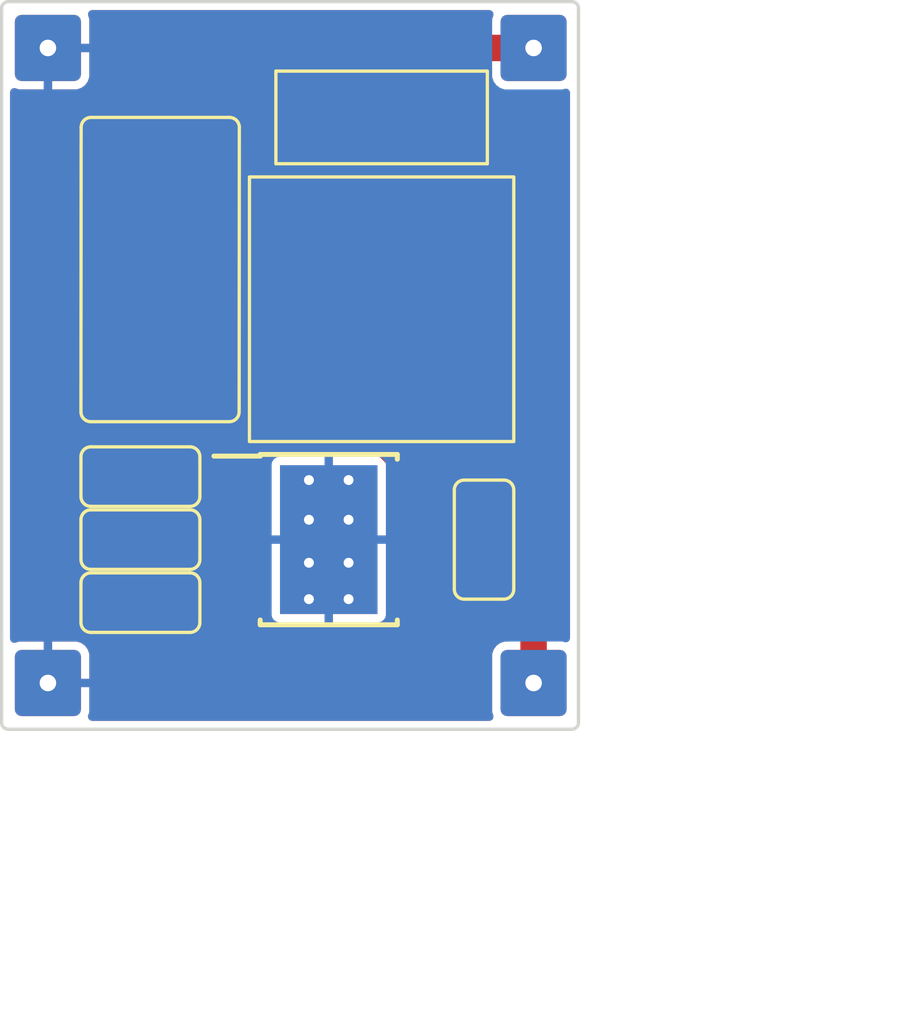
<source format=kicad_pcb>
(kicad_pcb (version 20221018) (generator pcbnew)
  (layers (0 "F.Cu" signal) (31 "B.Cu" signal) (34 "B.Paste" user) (35 "F.Paste" user) (36 "B.SilkS" user "B.Silkscreen") (37 "F.SilkS" user "F.Silkscreen") (38 "B.Mask" user) (39 "F.Mask" user) (44 "Edge.Cuts" user))
  (net 0 "")
  (net 1 "Net-(U1-BOOT)")
  (net 2 "Net-(D1-K)")
  (net 3 "+5V")
  (net 4 "GND")
  (net 5 "+12V")
  (net 6 "Net-(U1-VSENSE)")
  (footprint "footprints:2x2mm Pad" (layer "F.Cu") (at 103.7 31.5 -90)
    (fp_text reference "J2" hide)
    (fp_text value "Conn_01x01_Pin" hide)
    (pad "1" thru_hole circle (at 0 0 270) (size 1 1) (drill 0.5) (layers "*.Cu" "*.Mask") (net 3 "+5V"))
    (pad "1" smd roundrect (at 0 0 270) (size 2 2) (layers "F.Cu" "F.Mask") (roundrect_rratio 0.1) (net 3 "+5V"))
    (pad "1" smd roundrect (at 0 0 270) (size 2 2) (layers "B.Cu" "B.Mask") (roundrect_rratio 0.1) (net 3 "+5V"))
  )
  (footprint "footprints:res0603" (layer "F.Cu") (at 91.8 48.27 180)
    (fp_text reference "R2" hide)
    (fp_text value "3K24")
    (fp_line (start -1.8 0.6) (end -1.8 -0.6) (stroke (width 0.1)) (layer "F.SilkS"))
    (fp_line (start -1.5 -0.9) (end 1.5 -0.9) (stroke (width 0.1)) (layer "F.SilkS"))
    (fp_line (start -1.5 0.9) (end 1.5 0.9) (stroke (width 0.1)) (layer "F.SilkS"))
    (fp_line (start 1.8 -0.6) (end 1.8 0.6) (stroke (width 0.1)) (layer "F.SilkS"))
    (fp_arc (start -1.8 -0.6) (mid -1.712132 -0.812132) (end -1.5 -0.9) (stroke (width 0.1)) (layer "F.SilkS"))
    (fp_arc (start -1.5 0.9) (mid -1.712132 0.812132) (end -1.8 0.6) (stroke (width 0.1)) (layer "F.SilkS"))
    (fp_arc (start 1.5 -0.9) (mid 1.712132 -0.812132) (end 1.8 -0.6) (stroke (width 0.1)) (layer "F.SilkS"))
    (fp_arc (start 1.8 0.6) (mid 1.712132 0.812132) (end 1.5 0.9) (stroke (width 0.1)) (layer "F.SilkS"))
    (pad "1" smd roundrect (at -0.8 0 180) (size 1 1) (layers "F.Cu" "F.Mask") (roundrect_rratio 0.1) (net 6 "Net-(U1-VSENSE)"))
    (pad "2" smd roundrect (at 0.8 0 180) (size 1 1) (layers "F.Cu" "F.Mask") (roundrect_rratio 0.1) (net 4 "GND"))
  )
  (footprint "footprints:cap0603" (layer "F.Cu") (at 91.8 44.46 180)
    (fp_text reference "C1" hide)
    (fp_text value "10n")
    (fp_line (start -1.8 0.6) (end -1.8 -0.6) (stroke (width 0.1)) (layer "F.SilkS"))
    (fp_line (start -1.5 -0.9) (end 1.5 -0.9) (stroke (width 0.1)) (layer "F.SilkS"))
    (fp_line (start -1.5 0.9) (end 1.5 0.9) (stroke (width 0.1)) (layer "F.SilkS"))
    (fp_line (start 1.8 -0.6) (end 1.8 0.6) (stroke (width 0.1)) (layer "F.SilkS"))
    (fp_arc (start -1.8 -0.6) (mid -1.712132 -0.812132) (end -1.5 -0.9) (stroke (width 0.1)) (layer "F.SilkS"))
    (fp_arc (start -1.5 0.9) (mid -1.712132 0.812132) (end -1.8 0.6) (stroke (width 0.1)) (layer "F.SilkS"))
    (fp_arc (start 1.5 -0.9) (mid 1.712132 -0.812132) (end 1.8 -0.6) (stroke (width 0.1)) (layer "F.SilkS"))
    (fp_arc (start 1.8 0.6) (mid 1.712132 0.812132) (end 1.5 0.9) (stroke (width 0.1)) (layer "F.SilkS"))
    (pad "1" smd roundrect (at -0.8 0 180) (size 1 1) (layers "F.Cu" "F.Mask") (roundrect_rratio 0.1) (net 1 "Net-(U1-BOOT)"))
    (pad "2" smd roundrect (at 0.8 0 180) (size 1 1) (layers "F.Cu" "F.Mask") (roundrect_rratio 0.1) (net 2 "Net-(D1-K)"))
  )
  (footprint "footprints:2x2mm Pad" (layer "F.Cu") (at 89 50.7 90)
    (fp_text reference "J4" hide)
    (fp_text value "Conn_01x01_Pin" hide)
    (pad "1" thru_hole circle (at 0 0 90) (size 1 1) (drill 0.5) (layers "*.Cu" "*.Mask") (net 4 "GND"))
    (pad "1" smd roundrect (at 0 0 90) (size 2 2) (layers "F.Cu" "F.Mask") (roundrect_rratio 0.1) (net 4 "GND"))
    (pad "1" smd roundrect (at 0 0 90) (size 2 2) (layers "B.Cu" "B.Mask") (roundrect_rratio 0.1) (net 4 "GND"))
  )
  (footprint "footprints:2x2mm Pad" (layer "F.Cu") (at 89 31.5)
    (fp_text reference "J3" hide)
    (fp_text value "Conn_01x01_Pin" hide)
    (pad "1" thru_hole circle (at 0 0) (size 1 1) (drill 0.5) (layers "*.Cu" "*.Mask") (net 4 "GND"))
    (pad "1" smd roundrect (at 0 0) (size 2 2) (layers "F.Cu" "F.Mask") (roundrect_rratio 0.1) (net 4 "GND"))
    (pad "1" smd roundrect (at 0 0) (size 2 2) (layers "B.Cu" "B.Mask") (roundrect_rratio 0.1) (net 4 "GND"))
  )
  (footprint "footprints:DIOM5025X220N" (layer "F.Cu") (at 99.1 33.6 180)
    (fp_text reference "D1" hide)
    (fp_text value "SS54" hide)
    (fp_line (start -3.2 1.4) (end -3.2 -1.4) (stroke (width 0.1)) (layer "F.SilkS"))
    (fp_line (start -3.2 1.4) (end 3.2 1.4) (stroke (width 0.1)) (layer "F.SilkS"))
    (fp_line (start 3.2 -1.4) (end -3.2 -1.4) (stroke (width 0.1)) (layer "F.SilkS"))
    (fp_line (start 3.2 -1.4) (end 3.2 1.4) (stroke (width 0.1)) (layer "F.SilkS"))
    (pad "1" smd roundrect (at -2 0 270) (size 1.5 2) (layers "F.Cu" "F.Paste" "F.Mask") (roundrect_rratio 0.1) (net 2 "Net-(D1-K)"))
    (pad "2" smd roundrect (at 2 0 270) (size 1.5 2) (layers "F.Cu" "F.Paste" "F.Mask") (roundrect_rratio 0.1) (net 4 "GND"))
  )
  (footprint "Package_SO:TI_SO-PowerPAD-8_ThermalVias" (layer "F.Cu") (at 97.5 46.365)
    (fp_text reference "U1" hide)
    (fp_text value "TPS5430DDA")
    (fp_line (start -2.075 -2.575) (end -2.075 -2.525) (stroke (width 0.15)) (layer "F.SilkS"))
    (fp_line (start -2.075 -2.575) (end 2.075 -2.575) (stroke (width 0.15)) (layer "F.SilkS"))
    (fp_line (start -2.075 -2.525) (end -3.475 -2.525) (stroke (width 0.15)) (layer "F.SilkS"))
    (fp_line (start -2.075 2.575) (end -2.075 2.43) (stroke (width 0.15)) (layer "F.SilkS"))
    (fp_line (start -2.075 2.575) (end 2.075 2.575) (stroke (width 0.15)) (layer "F.SilkS"))
    (fp_line (start 2.075 -2.575) (end 2.075 -2.43) (stroke (width 0.15)) (layer "F.SilkS"))
    (fp_line (start 2.075 2.575) (end 2.075 2.43) (stroke (width 0.15)) (layer "F.SilkS"))
    (pad "1" smd rect (at -2.7 -1.905) (size 1.55 0.6) (layers "F.Cu" "F.Paste" "F.Mask") (net 1 "Net-(U1-BOOT)"))
    (pad "2" smd rect (at -2.7 -0.635) (size 1.55 0.6) (layers "F.Cu" "F.Paste" "F.Mask"))
    (pad "3" smd rect (at -2.7 0.635) (size 1.55 0.6) (layers "F.Cu" "F.Paste" "F.Mask"))
    (pad "4" smd rect (at -2.7 1.905) (size 1.55 0.6) (layers "F.Cu" "F.Paste" "F.Mask") (net 6 "Net-(U1-VSENSE)"))
    (pad "5" smd rect (at 2.7 1.905) (size 1.55 0.6) (layers "F.Cu" "F.Paste" "F.Mask"))
    (pad "6" smd rect (at 2.7 0.635) (size 1.55 0.6) (layers "F.Cu" "F.Paste" "F.Mask") (net 4 "GND"))
    (pad "7" smd rect (at 2.7 -0.635) (size 1.55 0.6) (layers "F.Cu" "F.Paste" "F.Mask") (net 5 "+12V"))
    (pad "8" smd rect (at 2.7 -1.905) (size 1.55 0.6) (layers "F.Cu" "F.Paste" "F.Mask") (net 2 "Net-(D1-K)"))
    (pad "9" thru_hole circle (at -0.6 -1.8) (size 0.6 0.6) (drill 0.3) (layers "*.Cu") (net 4 "GND"))
    (pad "9" thru_hole circle (at -0.6 -0.6) (size 0.6 0.6) (drill 0.3) (layers "*.Cu") (net 4 "GND"))
    (pad "9" thru_hole circle (at -0.6 0.7) (size 0.6 0.6) (drill 0.3) (layers "*.Cu") (net 4 "GND"))
    (pad "9" thru_hole circle (at -0.6 1.8) (size 0.6 0.6) (drill 0.3) (layers "*.Cu") (net 4 "GND"))
    (pad "9" smd rect (at 0 0) (size 2.6 3.1) (layers "F.Cu" "F.Paste" "F.Mask") (net 4 "GND"))
    (pad "9" smd rect (at 0 0) (size 2.95 4.5) (layers "F.Cu") (net 4 "GND"))
    (pad "9" smd rect (at 0 0) (size 2.95 4.5) (layers "B.Cu") (net 4 "GND"))
    (pad "9" thru_hole circle (at 0.6 -1.8) (size 0.6 0.6) (drill 0.3) (layers "*.Cu") (net 4 "GND"))
    (pad "9" thru_hole circle (at 0.6 -0.6) (size 0.6 0.6) (drill 0.3) (layers "*.Cu") (net 4 "GND"))
    (pad "9" thru_hole circle (at 0.6 0.7) (size 0.6 0.6) (drill 0.3) (layers "*.Cu") (net 4 "GND"))
    (pad "9" thru_hole circle (at 0.6 1.8) (size 0.6 0.6) (drill 0.3) (layers "*.Cu") (net 4 "GND"))
  )
  (footprint "footprints:res0603" (layer "F.Cu") (at 91.8 46.365)
    (fp_text reference "R1" hide)
    (fp_text value "10K")
    (fp_line (start -1.8 0.6) (end -1.8 -0.6) (stroke (width 0.1)) (layer "F.SilkS"))
    (fp_line (start -1.5 -0.9) (end 1.5 -0.9) (stroke (width 0.1)) (layer "F.SilkS"))
    (fp_line (start -1.5 0.9) (end 1.5 0.9) (stroke (width 0.1)) (layer "F.SilkS"))
    (fp_line (start 1.8 -0.6) (end 1.8 0.6) (stroke (width 0.1)) (layer "F.SilkS"))
    (fp_arc (start -1.8 -0.6) (mid -1.712132 -0.812132) (end -1.5 -0.9) (stroke (width 0.1)) (layer "F.SilkS"))
    (fp_arc (start -1.5 0.9) (mid -1.712132 0.812132) (end -1.8 0.6) (stroke (width 0.1)) (layer "F.SilkS"))
    (fp_arc (start 1.5 -0.9) (mid 1.712132 -0.812132) (end 1.8 -0.6) (stroke (width 0.1)) (layer "F.SilkS"))
    (fp_arc (start 1.8 0.6) (mid 1.712132 0.812132) (end 1.5 0.9) (stroke (width 0.1)) (layer "F.SilkS"))
    (pad "1" smd roundrect (at -0.8 0) (size 1 1) (layers "F.Cu" "F.Mask") (roundrect_rratio 0.1) (net 3 "+5V"))
    (pad "2" smd roundrect (at 0.8 0) (size 1 1) (layers "F.Cu" "F.Mask") (roundrect_rratio 0.1) (net 6 "Net-(U1-VSENSE)"))
  )
  (footprint "footprints:2x2mm Pad" (layer "F.Cu") (at 103.7 50.7 180)
    (fp_text reference "J1" hide)
    (fp_text value "Conn_01x01_Pin" hide)
    (pad "1" thru_hole circle (at 0 0 180) (size 1 1) (drill 0.5) (layers "*.Cu" "*.Mask") (net 5 "+12V"))
    (pad "1" smd roundrect (at 0 0 180) (size 2 2) (layers "F.Cu" "F.Mask") (roundrect_rratio 0.1) (net 5 "+12V"))
    (pad "1" smd roundrect (at 0 0 180) (size 2 2) (layers "B.Cu" "B.Mask") (roundrect_rratio 0.1) (net 5 "+12V"))
  )
  (footprint "footprints:EIA-7343-D" (layer "F.Cu") (at 92.4 38.2 90)
    (fp_text reference "C2" hide)
    (fp_text value "220u")
    (fp_line (start -4.6 -2.1) (end -4.6 2.087868) (stroke (width 0.1)) (layer "F.SilkS"))
    (fp_line (start -4.3 -2.4) (end 4.3 -2.393934) (stroke (width 0.1)) (layer "F.SilkS"))
    (fp_line (start -4.3 2.387868) (end 4.3 2.393934) (stroke (width 0.1)) (layer "F.SilkS"))
    (fp_line (start 4.6 2.093934) (end 4.6 -2.093934) (stroke (width 0.1)) (layer "F.SilkS"))
    (fp_arc (start -4.6 -2.1) (mid -4.512132 -2.312132) (end -4.3 -2.4) (stroke (width 0.1)) (layer "F.SilkS"))
    (fp_arc (start -4.3 2.387868) (mid -4.512132 2.3) (end -4.6 2.087868) (stroke (width 0.1)) (layer "F.SilkS"))
    (fp_arc (start 4.3 -2.393934) (mid 4.512109 -2.306062) (end 4.6 -2.093934) (stroke (width 0.1)) (layer "F.SilkS"))
    (fp_arc (start 4.6 2.093934) (mid 4.512131 2.306067) (end 4.3 2.393934) (stroke (width 0.1)) (layer "F.SilkS"))
    (pad "1" smd roundrect (at -3.2 0 90) (size 2.1 2.6) (layers "F.Cu" "F.Paste" "F.Mask") (roundrect_rratio 0.1204819048) (net 3 "+5V"))
    (pad "2" smd roundrect (at 3.2 0 90) (size 2.1 2.6) (layers "F.Cu" "F.Paste" "F.Mask") (roundrect_rratio 0.1204819048) (net 4 "GND"))
  )
  (footprint "footprints:0630 One Piece Inductor" (layer "F.Cu") (at 99.1 39.4 180)
    (fp_text reference "L1" hide)
    (fp_text value "15uH")
    (fp_rect (start -4 -4) (end 4 4) (stroke (width 0.1)) (fill none) (layer "F.SilkS"))
    (pad "1" smd roundrect (at -2.7 0 180) (size 2 3.6) (layers "F.Cu" "F.Paste" "F.Mask") (roundrect_rratio 0.1) (net 2 "Net-(D1-K)"))
    (pad "2" smd roundrect (at 2.7 0 180) (size 2 3.6) (layers "F.Cu" "F.Paste" "F.Mask") (roundrect_rratio 0.1) (net 3 "+5V"))
  )
  (footprint "footprints:cap0603" (layer "F.Cu") (at 102.2 46.365 -90)
    (fp_text reference "C3" hide)
    (fp_text value "10u")
    (fp_line (start -1.8 0.6) (end -1.8 -0.6) (stroke (width 0.1)) (layer "F.SilkS"))
    (fp_line (start -1.5 -0.9) (end 1.5 -0.9) (stroke (width 0.1)) (layer "F.SilkS"))
    (fp_line (start -1.5 0.9) (end 1.5 0.9) (stroke (width 0.1)) (layer "F.SilkS"))
    (fp_line (start 1.8 -0.6) (end 1.8 0.6) (stroke (width 0.1)) (layer "F.SilkS"))
    (fp_arc (start -1.8 -0.6) (mid -1.712132 -0.812132) (end -1.5 -0.9) (stroke (width 0.1)) (layer "F.SilkS"))
    (fp_arc (start -1.5 0.9) (mid -1.712132 0.812132) (end -1.8 0.6) (stroke (width 0.1)) (layer "F.SilkS"))
    (fp_arc (start 1.5 -0.9) (mid 1.712132 -0.812132) (end 1.8 -0.6) (stroke (width 0.1)) (layer "F.SilkS"))
    (fp_arc (start 1.8 0.6) (mid 1.712132 0.812132) (end 1.5 0.9) (stroke (width 0.1)) (layer "F.SilkS"))
    (pad "1" smd roundrect (at -0.8 0 270) (size 1 1) (layers "F.Cu" "F.Mask") (roundrect_rratio 0.1) (net 5 "+12V"))
    (pad "2" smd roundrect (at 0.8 0 270) (size 1 1) (layers "F.Cu" "F.Mask") (roundrect_rratio 0.1) (net 4 "GND"))
  )
  (gr_line (start 105.058579 30.3) (end 105.058579 51.9) (stroke (width 0.1)) (layer "Edge.Cuts"))
  (gr_arc (start 87.599999 30.3) (mid 87.658578 30.158578) (end 87.8 30.1) (stroke (width 0.1)) (layer "Edge.Cuts"))
  (gr_line (start 87.6 51.9) (end 87.599999 30.3) (stroke (width 0.1)) (layer "Edge.Cuts"))
  (gr_line (start 87.8 30.1) (end 104.85858 30.099999) (stroke (width 0.1)) (layer "Edge.Cuts"))
  (gr_arc (start 105.058579 51.9) (mid 105 52.041421) (end 104.858579 52.1) (stroke (width 0.1)) (layer "Edge.Cuts"))
  (gr_arc (start 87.8 52.1) (mid 87.658579 52.041421) (end 87.6 51.9) (stroke (width 0.1)) (layer "Edge.Cuts"))
  (gr_line (start 104.858579 52.1) (end 87.8 52.1) (stroke (width 0.1)) (layer "Edge.Cuts"))
  (gr_arc (start 104.85858 30.099999) (mid 105.000001 30.158579) (end 105.058579 30.3) (stroke (width 0.1)) (layer "Edge.Cuts"))
  (segment (start 92.6 44.46) (end 94.8 44.46) (width 0.8) (layer "F.Cu") (net 1))
  (segment (start 91.970051 43.3) (end 99.04 43.3) (width 0.8) (layer "F.Cu") (net 2))
  (segment (start 101.8 39.4) (end 101.8 42.86) (width 0.8) (layer "F.Cu") (net 2))
  (segment (start 101.1 33.6) (end 101.1 38.7) (width 0.8) (layer "F.Cu") (net 2))
  (segment (start 99.04 43.3) (end 100.2 44.46) (width 0.8) (layer "F.Cu") (net 2))
  (segment (start 101.8 42.86) (end 100.2 44.46) (width 0.8) (layer "F.Cu") (net 2))
  (segment (start 91 44.270051) (end 91.970051 43.3) (width 0.8) (layer "F.Cu") (net 2))
  (segment (start 91 44.46) (end 91 44.270051) (width 0.8) (layer "F.Cu") (net 2))
  (segment (start 101.1 38.7) (end 101.8 39.4) (width 0.8) (layer "F.Cu") (net 2))
  (segment (start 91.3 41.4) (end 89.9 42.8) (width 0.8) (layer "F.Cu") (net 3))
  (segment (start 89.9 45.265) (end 91 46.365) (width 0.8) (layer "F.Cu") (net 3))
  (segment (start 98.9 32.7) (end 98.9 36.9) (width 0.8) (layer "F.Cu") (net 3))
  (segment (start 92.4 42) (end 91.670051 42) (width 0.8) (layer "F.Cu") (net 3))
  (segment (start 92.4 41.4) (end 94.4 41.4) (width 0.8) (layer "F.Cu") (net 3))
  (segment (start 94.4 41.4) (end 96.4 39.4) (width 0.8) (layer "F.Cu") (net 3))
  (segment (start 89.9 42.8) (end 89.9 45.265) (width 0.8) (layer "F.Cu") (net 3))
  (segment (start 92.4 41.4) (end 91.3 41.4) (width 0.8) (layer "F.Cu") (net 3))
  (segment (start 100.1 31.5) (end 103.7 31.5) (width 0.8) (layer "F.Cu") (net 3))
  (segment (start 98.9 36.9) (end 96.4 39.4) (width 0.8) (layer "F.Cu") (net 3))
  (segment (start 98.9 32.7) (end 100.1 31.5) (width 0.8) (layer "F.Cu") (net 3))
  (segment (start 98.135 47) (end 97.5 46.365) (width 0.8) (layer "F.Cu") (net 4))
  (segment (start 100.2 47) (end 102.035 47) (width 0.8) (layer "F.Cu") (net 4))
  (segment (start 102.035 47) (end 102.2 47.165) (width 0.8) (layer "F.Cu") (net 4))
  (segment (start 102.2 45.565) (end 102.389949 45.565) (width 0.8) (layer "F.Cu") (net 5))
  (segment (start 102.035 45.73) (end 102.2 45.565) (width 0.8) (layer "F.Cu") (net 5))
  (segment (start 103.7 46.875051) (end 103.7 50.7) (width 0.8) (layer "F.Cu") (net 5))
  (segment (start 102.389949 45.565) (end 103.7 46.875051) (width 0.8) (layer "F.Cu") (net 5))
  (segment (start 100.2 45.73) (end 102.035 45.73) (width 0.8) (layer "F.Cu") (net 5))
  (segment (start 94.8 48.27) (end 92.6 48.27) (width 0.8) (layer "F.Cu") (net 6))
  (segment (start 92.6 46.365) (end 92.6 48.27) (width 0.8) (layer "F.Cu") (net 6))
  (zone (net 4) (net_name "GND") (layers "F&B.Cu") (connect_pads (clearance 0.254)) (min_thickness 0.254) (fill yes (thermal_gap 0.254) (thermal_bridge_width 0.254) (smoothing fillet) (radius 0.2))
    (polygon (pts (xy 104.9 30.3) (xy 104.9 51.9) (xy 87.8 51.9) (xy 87.8 30.3)))
  )
)
</source>
